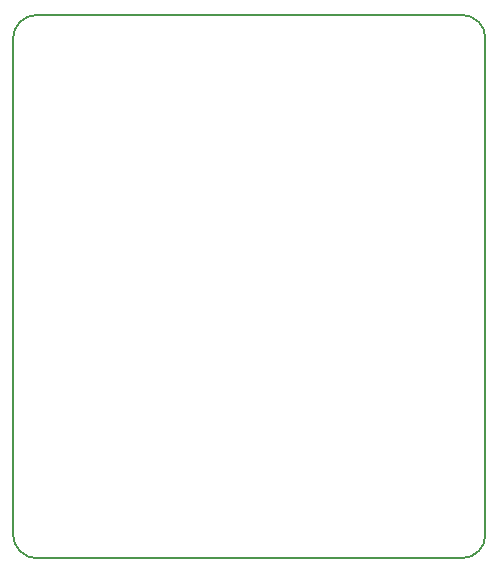
<source format=gko>
G04 Layer_Color=16711935*
%FSLAX44Y44*%
%MOMM*%
G71*
G01*
G75*
%ADD19C,0.2000*%
D19*
X20000Y460000D02*
G03*
X0Y440000I0J-20000D01*
G01*
X-0Y20000D02*
G03*
X20000Y0I20000J0D01*
G01*
X380000Y-0D02*
G03*
X400000Y20000I0J20000D01*
G01*
Y440000D02*
G03*
X380000Y460000I-20000J0D01*
G01*
X20000Y460000D02*
X380000D01*
X400000Y20000D02*
Y440000D01*
X20000Y0D02*
X380000D01*
X0Y20000D02*
Y440000D01*
M02*

</source>
